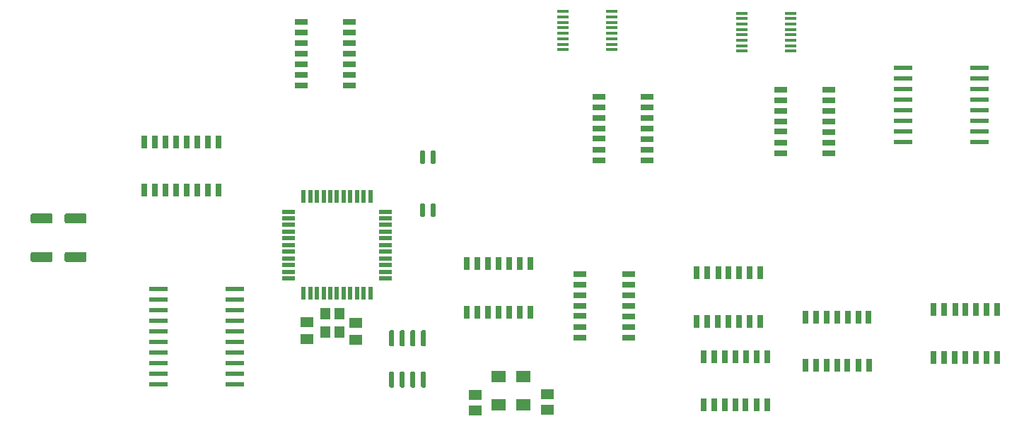
<source format=gbr>
%TF.GenerationSoftware,KiCad,Pcbnew,(5.1.6)-1*%
%TF.CreationDate,2021-06-14T09:51:15+02:00*%
%TF.ProjectId,ST25.004,53543235-2e30-4303-942e-6b696361645f,rev?*%
%TF.SameCoordinates,Original*%
%TF.FileFunction,Paste,Bot*%
%TF.FilePolarity,Positive*%
%FSLAX46Y46*%
G04 Gerber Fmt 4.6, Leading zero omitted, Abs format (unit mm)*
G04 Created by KiCad (PCBNEW (5.1.6)-1) date 2021-06-14 09:51:15*
%MOMM*%
%LPD*%
G01*
G04 APERTURE LIST*
%ADD10R,1.475000X0.450000*%
%ADD11R,2.200000X0.600000*%
%ADD12R,0.660400X1.600000*%
%ADD13R,1.600000X0.660400*%
%ADD14R,1.500000X1.300000*%
%ADD15R,1.600000X1.300000*%
%ADD16R,0.500000X1.500000*%
%ADD17R,1.500000X0.500000*%
%ADD18R,1.800000X1.400000*%
%ADD19R,1.200000X1.400000*%
G04 APERTURE END LIST*
D10*
%TO.C,IC2*%
X152062000Y-79525000D03*
X152062000Y-80175000D03*
X152062000Y-80825000D03*
X152062000Y-81475000D03*
X152062000Y-82125000D03*
X152062000Y-82775000D03*
X152062000Y-83425000D03*
X152062000Y-84075000D03*
X157938000Y-84075000D03*
X157938000Y-83425000D03*
X157938000Y-82775000D03*
X157938000Y-82125000D03*
X157938000Y-81475000D03*
X157938000Y-80825000D03*
X157938000Y-80175000D03*
X157938000Y-79525000D03*
%TD*%
%TO.C,IC1*%
X173462000Y-79700000D03*
X173462000Y-80350000D03*
X173462000Y-81000000D03*
X173462000Y-81650000D03*
X173462000Y-82300000D03*
X173462000Y-82950000D03*
X173462000Y-83600000D03*
X173462000Y-84250000D03*
X179338000Y-84250000D03*
X179338000Y-83600000D03*
X179338000Y-82950000D03*
X179338000Y-82300000D03*
X179338000Y-81650000D03*
X179338000Y-81000000D03*
X179338000Y-80350000D03*
X179338000Y-79700000D03*
%TD*%
%TO.C,R37*%
G36*
G01*
X90737000Y-104916500D02*
X88587000Y-104916500D01*
G75*
G02*
X88337000Y-104666500I0J250000D01*
G01*
X88337000Y-103941500D01*
G75*
G02*
X88587000Y-103691500I250000J0D01*
G01*
X90737000Y-103691500D01*
G75*
G02*
X90987000Y-103941500I0J-250000D01*
G01*
X90987000Y-104666500D01*
G75*
G02*
X90737000Y-104916500I-250000J0D01*
G01*
G37*
G36*
G01*
X90737000Y-109541500D02*
X88587000Y-109541500D01*
G75*
G02*
X88337000Y-109291500I0J250000D01*
G01*
X88337000Y-108566500D01*
G75*
G02*
X88587000Y-108316500I250000J0D01*
G01*
X90737000Y-108316500D01*
G75*
G02*
X90987000Y-108566500I0J-250000D01*
G01*
X90987000Y-109291500D01*
G75*
G02*
X90737000Y-109541500I-250000J0D01*
G01*
G37*
%TD*%
%TO.C,R36*%
G36*
G01*
X94801000Y-104916500D02*
X92651000Y-104916500D01*
G75*
G02*
X92401000Y-104666500I0J250000D01*
G01*
X92401000Y-103941500D01*
G75*
G02*
X92651000Y-103691500I250000J0D01*
G01*
X94801000Y-103691500D01*
G75*
G02*
X95051000Y-103941500I0J-250000D01*
G01*
X95051000Y-104666500D01*
G75*
G02*
X94801000Y-104916500I-250000J0D01*
G01*
G37*
G36*
G01*
X94801000Y-109541500D02*
X92651000Y-109541500D01*
G75*
G02*
X92401000Y-109291500I0J250000D01*
G01*
X92401000Y-108566500D01*
G75*
G02*
X92651000Y-108316500I250000J0D01*
G01*
X94801000Y-108316500D01*
G75*
G02*
X95051000Y-108566500I0J-250000D01*
G01*
X95051000Y-109291500D01*
G75*
G02*
X94801000Y-109541500I-250000J0D01*
G01*
G37*
%TD*%
D11*
%TO.C,IC207*%
X201957800Y-87505400D03*
X192757800Y-90045400D03*
X201957800Y-86235400D03*
X201957800Y-88775400D03*
X201957800Y-90045400D03*
X192757800Y-88775400D03*
X192757800Y-91315400D03*
X192757800Y-92585400D03*
X201957800Y-92585400D03*
X192757800Y-95125400D03*
X201957800Y-91315400D03*
X201957800Y-93855400D03*
X192757800Y-93855400D03*
X201957800Y-95125400D03*
X192757800Y-87505400D03*
X192757800Y-86235400D03*
%TD*%
%TO.C,IC14*%
X103604000Y-112776000D03*
X103604000Y-114046000D03*
X103604000Y-115316000D03*
X103604000Y-116586000D03*
X103604000Y-117856000D03*
X103604000Y-119126000D03*
X112804000Y-121666000D03*
X112804000Y-124206000D03*
X112804000Y-120396000D03*
X112804000Y-117856000D03*
X112804000Y-122936000D03*
X112804000Y-119126000D03*
X103604000Y-124206000D03*
X103604000Y-122936000D03*
X103604000Y-120396000D03*
X112804000Y-116586000D03*
X112804000Y-115316000D03*
X112804000Y-112776000D03*
X103604000Y-121666000D03*
X112804000Y-114046000D03*
%TD*%
D12*
%TO.C,IC3*%
X168910000Y-120861500D03*
X168910000Y-126661500D03*
X170180000Y-120861500D03*
X171450000Y-120861500D03*
X170180000Y-126661500D03*
X171450000Y-126661500D03*
X172720000Y-120861500D03*
X172720000Y-126661500D03*
X173990000Y-120861500D03*
X175260000Y-120861500D03*
X173920000Y-126661500D03*
X175260000Y-126661500D03*
X176520000Y-120861500D03*
X176530000Y-126661500D03*
%TD*%
%TO.C,IC17*%
G36*
G01*
X136675000Y-97764500D02*
X136375000Y-97764500D01*
G75*
G02*
X136225000Y-97614500I0J150000D01*
G01*
X136225000Y-96289500D01*
G75*
G02*
X136375000Y-96139500I150000J0D01*
G01*
X136675000Y-96139500D01*
G75*
G02*
X136825000Y-96289500I0J-150000D01*
G01*
X136825000Y-97614500D01*
G75*
G02*
X136675000Y-97764500I-150000J0D01*
G01*
G37*
G36*
G01*
X135405000Y-97764500D02*
X135105000Y-97764500D01*
G75*
G02*
X134955000Y-97614500I0J150000D01*
G01*
X134955000Y-96289500D01*
G75*
G02*
X135105000Y-96139500I150000J0D01*
G01*
X135405000Y-96139500D01*
G75*
G02*
X135555000Y-96289500I0J-150000D01*
G01*
X135555000Y-97614500D01*
G75*
G02*
X135405000Y-97764500I-150000J0D01*
G01*
G37*
G36*
G01*
X135405000Y-104139500D02*
X135105000Y-104139500D01*
G75*
G02*
X134955000Y-103989500I0J150000D01*
G01*
X134955000Y-102664500D01*
G75*
G02*
X135105000Y-102514500I150000J0D01*
G01*
X135405000Y-102514500D01*
G75*
G02*
X135555000Y-102664500I0J-150000D01*
G01*
X135555000Y-103989500D01*
G75*
G02*
X135405000Y-104139500I-150000J0D01*
G01*
G37*
G36*
G01*
X136675000Y-104139500D02*
X136375000Y-104139500D01*
G75*
G02*
X136225000Y-103989500I0J150000D01*
G01*
X136225000Y-102664500D01*
G75*
G02*
X136375000Y-102514500I150000J0D01*
G01*
X136675000Y-102514500D01*
G75*
G02*
X136825000Y-102664500I0J-150000D01*
G01*
X136825000Y-103989500D01*
G75*
G02*
X136675000Y-104139500I-150000J0D01*
G01*
G37*
%TD*%
%TO.C,IC211*%
X101955000Y-95144000D03*
X101955000Y-100917400D03*
X103225000Y-95144000D03*
X104495000Y-95144000D03*
X103225000Y-100917400D03*
X104495000Y-100917400D03*
X105765000Y-95144000D03*
X105765000Y-100917400D03*
X107035000Y-95144000D03*
X107035000Y-100917400D03*
X108305000Y-95144000D03*
X109575000Y-95144000D03*
X108305000Y-100917400D03*
X109575000Y-100917400D03*
X110845000Y-95144000D03*
X110845000Y-100944000D03*
%TD*%
D13*
%TO.C,IC5*%
X159922600Y-110949600D03*
X154122600Y-110949600D03*
X159922600Y-112219600D03*
X159922600Y-113489600D03*
X154122600Y-112219600D03*
X154122600Y-113489600D03*
X159922600Y-114759600D03*
X154122600Y-114759600D03*
X159922600Y-116029600D03*
X159922600Y-117299600D03*
X154122600Y-115959600D03*
X154122600Y-117299600D03*
X159922600Y-118559600D03*
X154122600Y-118569600D03*
%TD*%
%TO.C,IC6*%
X162158000Y-89740600D03*
X156358000Y-89740600D03*
X162158000Y-91010600D03*
X162158000Y-92280600D03*
X156358000Y-91010600D03*
X156358000Y-92280600D03*
X162158000Y-93550600D03*
X156358000Y-93550600D03*
X162158000Y-94820600D03*
X162158000Y-96090600D03*
X156358000Y-94750600D03*
X156358000Y-96090600D03*
X162158000Y-97350600D03*
X156358000Y-97360600D03*
%TD*%
%TO.C,IC4*%
X183925600Y-88851600D03*
X178125600Y-88851600D03*
X183925600Y-90121600D03*
X183925600Y-91391600D03*
X178125600Y-90121600D03*
X178125600Y-91391600D03*
X183925600Y-92661600D03*
X178125600Y-92661600D03*
X183925600Y-93931600D03*
X183925600Y-95201600D03*
X178125600Y-93861600D03*
X178125600Y-95201600D03*
X183925600Y-96461600D03*
X178125600Y-96471600D03*
%TD*%
%TO.C,IC201*%
X120747000Y-88343600D03*
X126547000Y-88343600D03*
X120747000Y-87073600D03*
X120747000Y-85803600D03*
X126547000Y-87073600D03*
X126547000Y-85803600D03*
X120747000Y-84533600D03*
X126547000Y-84533600D03*
X120747000Y-83263600D03*
X120747000Y-81993600D03*
X126547000Y-83333600D03*
X126547000Y-81993600D03*
X120747000Y-80733600D03*
X126547000Y-80723600D03*
%TD*%
D12*
%TO.C,IC202*%
X204038000Y-121000000D03*
X204038000Y-115200000D03*
X202768000Y-121000000D03*
X201498000Y-121000000D03*
X202768000Y-115200000D03*
X201498000Y-115200000D03*
X200228000Y-121000000D03*
X200228000Y-115200000D03*
X198958000Y-121000000D03*
X197688000Y-121000000D03*
X199028000Y-115200000D03*
X197688000Y-115200000D03*
X196428000Y-121000000D03*
X196418000Y-115200000D03*
%TD*%
%TO.C,IC209*%
X175717000Y-116643600D03*
X175717000Y-110843600D03*
X174447000Y-116643600D03*
X173177000Y-116643600D03*
X174447000Y-110843600D03*
X173177000Y-110843600D03*
X171907000Y-116643600D03*
X171907000Y-110843600D03*
X170637000Y-116643600D03*
X169367000Y-116643600D03*
X170707000Y-110843600D03*
X169367000Y-110843600D03*
X168107000Y-116643600D03*
X168097000Y-110843600D03*
%TD*%
%TO.C,IC208*%
X181076400Y-116126800D03*
X181076400Y-121926800D03*
X182346400Y-116126800D03*
X183616400Y-116126800D03*
X182346400Y-121926800D03*
X183616400Y-121926800D03*
X184886400Y-116126800D03*
X184886400Y-121926800D03*
X186156400Y-116126800D03*
X187426400Y-116126800D03*
X186086400Y-121926800D03*
X187426400Y-121926800D03*
X188686400Y-116126800D03*
X188696400Y-121926800D03*
%TD*%
%TO.C,IC210*%
X148208800Y-115551400D03*
X148198800Y-109751400D03*
X146938800Y-115551400D03*
X145598800Y-115551400D03*
X146938800Y-109751400D03*
X145668800Y-109751400D03*
X144398800Y-115551400D03*
X144398800Y-109751400D03*
X143128800Y-115551400D03*
X141858800Y-115551400D03*
X143128800Y-109751400D03*
X141858800Y-109751400D03*
X140588800Y-115551400D03*
X140588800Y-109751400D03*
%TD*%
D14*
%TO.C,R234*%
X150215400Y-127241200D03*
X150215400Y-125341200D03*
%TD*%
%TO.C,R236*%
X141604800Y-127317400D03*
X141604800Y-125417400D03*
%TD*%
D15*
%TO.C,C245*%
X127254000Y-118856000D03*
X127254000Y-116856000D03*
%TD*%
%TO.C,C246*%
X121412000Y-118729000D03*
X121412000Y-116729000D03*
%TD*%
%TO.C,IC16*%
G36*
G01*
X135532000Y-124608000D02*
X135232000Y-124608000D01*
G75*
G02*
X135082000Y-124458000I0J150000D01*
G01*
X135082000Y-122808000D01*
G75*
G02*
X135232000Y-122658000I150000J0D01*
G01*
X135532000Y-122658000D01*
G75*
G02*
X135682000Y-122808000I0J-150000D01*
G01*
X135682000Y-124458000D01*
G75*
G02*
X135532000Y-124608000I-150000J0D01*
G01*
G37*
G36*
G01*
X134262000Y-124608000D02*
X133962000Y-124608000D01*
G75*
G02*
X133812000Y-124458000I0J150000D01*
G01*
X133812000Y-122808000D01*
G75*
G02*
X133962000Y-122658000I150000J0D01*
G01*
X134262000Y-122658000D01*
G75*
G02*
X134412000Y-122808000I0J-150000D01*
G01*
X134412000Y-124458000D01*
G75*
G02*
X134262000Y-124608000I-150000J0D01*
G01*
G37*
G36*
G01*
X132992000Y-124608000D02*
X132692000Y-124608000D01*
G75*
G02*
X132542000Y-124458000I0J150000D01*
G01*
X132542000Y-122808000D01*
G75*
G02*
X132692000Y-122658000I150000J0D01*
G01*
X132992000Y-122658000D01*
G75*
G02*
X133142000Y-122808000I0J-150000D01*
G01*
X133142000Y-124458000D01*
G75*
G02*
X132992000Y-124608000I-150000J0D01*
G01*
G37*
G36*
G01*
X131722000Y-124608000D02*
X131422000Y-124608000D01*
G75*
G02*
X131272000Y-124458000I0J150000D01*
G01*
X131272000Y-122808000D01*
G75*
G02*
X131422000Y-122658000I150000J0D01*
G01*
X131722000Y-122658000D01*
G75*
G02*
X131872000Y-122808000I0J-150000D01*
G01*
X131872000Y-124458000D01*
G75*
G02*
X131722000Y-124608000I-150000J0D01*
G01*
G37*
G36*
G01*
X131722000Y-119658000D02*
X131422000Y-119658000D01*
G75*
G02*
X131272000Y-119508000I0J150000D01*
G01*
X131272000Y-117858000D01*
G75*
G02*
X131422000Y-117708000I150000J0D01*
G01*
X131722000Y-117708000D01*
G75*
G02*
X131872000Y-117858000I0J-150000D01*
G01*
X131872000Y-119508000D01*
G75*
G02*
X131722000Y-119658000I-150000J0D01*
G01*
G37*
G36*
G01*
X132992000Y-119658000D02*
X132692000Y-119658000D01*
G75*
G02*
X132542000Y-119508000I0J150000D01*
G01*
X132542000Y-117858000D01*
G75*
G02*
X132692000Y-117708000I150000J0D01*
G01*
X132992000Y-117708000D01*
G75*
G02*
X133142000Y-117858000I0J-150000D01*
G01*
X133142000Y-119508000D01*
G75*
G02*
X132992000Y-119658000I-150000J0D01*
G01*
G37*
G36*
G01*
X134262000Y-119658000D02*
X133962000Y-119658000D01*
G75*
G02*
X133812000Y-119508000I0J150000D01*
G01*
X133812000Y-117858000D01*
G75*
G02*
X133962000Y-117708000I150000J0D01*
G01*
X134262000Y-117708000D01*
G75*
G02*
X134412000Y-117858000I0J-150000D01*
G01*
X134412000Y-119508000D01*
G75*
G02*
X134262000Y-119658000I-150000J0D01*
G01*
G37*
G36*
G01*
X135532000Y-119658000D02*
X135232000Y-119658000D01*
G75*
G02*
X135082000Y-119508000I0J150000D01*
G01*
X135082000Y-117858000D01*
G75*
G02*
X135232000Y-117708000I150000J0D01*
G01*
X135532000Y-117708000D01*
G75*
G02*
X135682000Y-117858000I0J-150000D01*
G01*
X135682000Y-119508000D01*
G75*
G02*
X135532000Y-119658000I-150000J0D01*
G01*
G37*
%TD*%
D16*
%TO.C,IC15*%
X129018600Y-113295200D03*
X128218600Y-113295200D03*
X127418600Y-113295200D03*
X126618600Y-113295200D03*
X125818600Y-113295200D03*
X125018600Y-113295200D03*
X124218600Y-113295200D03*
X123418600Y-113295200D03*
X122618600Y-113295200D03*
X121818600Y-113295200D03*
X121018600Y-113295200D03*
D17*
X119218600Y-111495200D03*
X119218600Y-110695200D03*
X119218600Y-109895200D03*
X119218600Y-109095200D03*
X119218600Y-108295200D03*
X119218600Y-107495200D03*
X119218600Y-106695200D03*
X119218600Y-105895200D03*
X119218600Y-105095200D03*
X119218600Y-104295200D03*
X119218600Y-103495200D03*
D16*
X121018600Y-101695200D03*
X121818600Y-101695200D03*
X122618600Y-101695200D03*
X123418600Y-101695200D03*
X124218600Y-101695200D03*
X125018600Y-101695200D03*
X125818600Y-101695200D03*
X126618600Y-101695200D03*
X127418600Y-101695200D03*
X128218600Y-101695200D03*
X129018600Y-101695200D03*
D17*
X130818600Y-103495200D03*
X130818600Y-104295200D03*
X130818600Y-105095200D03*
X130818600Y-105895200D03*
X130818600Y-106695200D03*
X130818600Y-107495200D03*
X130818600Y-108295200D03*
X130818600Y-109095200D03*
X130818600Y-109895200D03*
X130818600Y-110695200D03*
X130818600Y-111495200D03*
%TD*%
D18*
%TO.C,D216*%
X144399000Y-126668000D03*
X144399000Y-123268000D03*
%TD*%
%TO.C,D214*%
X147320000Y-126668000D03*
X147320000Y-123268000D03*
%TD*%
D19*
%TO.C,Q1*%
X125310000Y-117940000D03*
X125310000Y-115740000D03*
X123610000Y-115740000D03*
X123610000Y-117940000D03*
%TD*%
M02*

</source>
